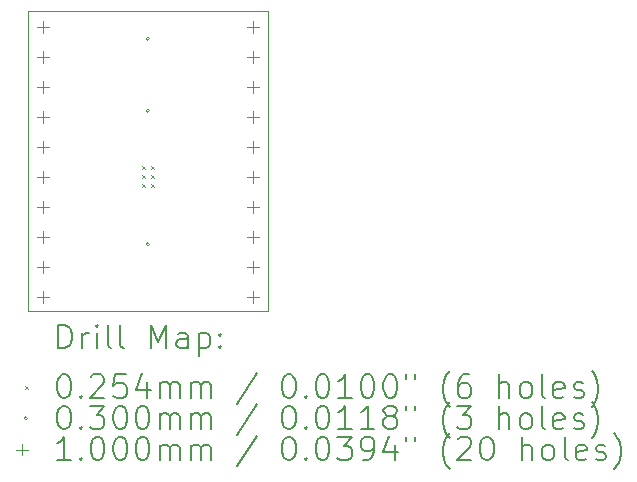
<source format=gbr>
%TF.GenerationSoftware,KiCad,Pcbnew,9.0.6*%
%TF.CreationDate,2026-01-02T23:11:17-06:00*%
%TF.ProjectId,DHVQFN-16_4.15x3.65_P0.5,44485651-464e-42d3-9136-5f342e313578,rev?*%
%TF.SameCoordinates,Original*%
%TF.FileFunction,Drillmap*%
%TF.FilePolarity,Positive*%
%FSLAX45Y45*%
G04 Gerber Fmt 4.5, Leading zero omitted, Abs format (unit mm)*
G04 Created by KiCad (PCBNEW 9.0.6) date 2026-01-02 23:11:17*
%MOMM*%
%LPD*%
G01*
G04 APERTURE LIST*
%ADD10C,0.050000*%
%ADD11C,0.200000*%
%ADD12C,0.100000*%
G04 APERTURE END LIST*
D10*
X12293600Y-9851527D02*
X14325600Y-9851527D01*
X14325600Y-12391527D01*
X12293600Y-12391527D01*
X12293600Y-9851527D01*
D11*
D12*
X13257530Y-11159490D02*
X13282930Y-11184890D01*
X13282930Y-11159490D02*
X13257530Y-11184890D01*
X13257530Y-11238230D02*
X13282930Y-11263630D01*
X13282930Y-11238230D02*
X13257530Y-11263630D01*
X13257530Y-11316970D02*
X13282930Y-11342370D01*
X13282930Y-11316970D02*
X13257530Y-11342370D01*
X13336270Y-11159490D02*
X13361670Y-11184890D01*
X13361670Y-11159490D02*
X13336270Y-11184890D01*
X13336270Y-11238230D02*
X13361670Y-11263630D01*
X13361670Y-11238230D02*
X13336270Y-11263630D01*
X13336270Y-11316970D02*
X13361670Y-11342370D01*
X13361670Y-11316970D02*
X13336270Y-11342370D01*
X13324600Y-10083800D02*
G75*
G02*
X13294600Y-10083800I-15000J0D01*
G01*
X13294600Y-10083800D02*
G75*
G02*
X13324600Y-10083800I15000J0D01*
G01*
X13324600Y-10693400D02*
G75*
G02*
X13294600Y-10693400I-15000J0D01*
G01*
X13294600Y-10693400D02*
G75*
G02*
X13324600Y-10693400I15000J0D01*
G01*
X13324600Y-11823700D02*
G75*
G02*
X13294600Y-11823700I-15000J0D01*
G01*
X13294600Y-11823700D02*
G75*
G02*
X13324600Y-11823700I15000J0D01*
G01*
X12420600Y-9932200D02*
X12420600Y-10032200D01*
X12370600Y-9982200D02*
X12470600Y-9982200D01*
X12420600Y-10186200D02*
X12420600Y-10286200D01*
X12370600Y-10236200D02*
X12470600Y-10236200D01*
X12420600Y-10440200D02*
X12420600Y-10540200D01*
X12370600Y-10490200D02*
X12470600Y-10490200D01*
X12420600Y-10694200D02*
X12420600Y-10794200D01*
X12370600Y-10744200D02*
X12470600Y-10744200D01*
X12420600Y-10948200D02*
X12420600Y-11048200D01*
X12370600Y-10998200D02*
X12470600Y-10998200D01*
X12420600Y-11202200D02*
X12420600Y-11302200D01*
X12370600Y-11252200D02*
X12470600Y-11252200D01*
X12420600Y-11456200D02*
X12420600Y-11556200D01*
X12370600Y-11506200D02*
X12470600Y-11506200D01*
X12420600Y-11710200D02*
X12420600Y-11810200D01*
X12370600Y-11760200D02*
X12470600Y-11760200D01*
X12420600Y-11964200D02*
X12420600Y-12064200D01*
X12370600Y-12014200D02*
X12470600Y-12014200D01*
X12420600Y-12218200D02*
X12420600Y-12318200D01*
X12370600Y-12268200D02*
X12470600Y-12268200D01*
X14198600Y-9932200D02*
X14198600Y-10032200D01*
X14148600Y-9982200D02*
X14248600Y-9982200D01*
X14198600Y-10186200D02*
X14198600Y-10286200D01*
X14148600Y-10236200D02*
X14248600Y-10236200D01*
X14198600Y-10440200D02*
X14198600Y-10540200D01*
X14148600Y-10490200D02*
X14248600Y-10490200D01*
X14198600Y-10694200D02*
X14198600Y-10794200D01*
X14148600Y-10744200D02*
X14248600Y-10744200D01*
X14198600Y-10948200D02*
X14198600Y-11048200D01*
X14148600Y-10998200D02*
X14248600Y-10998200D01*
X14198600Y-11202200D02*
X14198600Y-11302200D01*
X14148600Y-11252200D02*
X14248600Y-11252200D01*
X14198600Y-11456200D02*
X14198600Y-11556200D01*
X14148600Y-11506200D02*
X14248600Y-11506200D01*
X14198600Y-11710200D02*
X14198600Y-11810200D01*
X14148600Y-11760200D02*
X14248600Y-11760200D01*
X14198600Y-11964200D02*
X14198600Y-12064200D01*
X14148600Y-12014200D02*
X14248600Y-12014200D01*
X14198600Y-12218200D02*
X14198600Y-12318200D01*
X14148600Y-12268200D02*
X14248600Y-12268200D01*
D11*
X12551877Y-12705511D02*
X12551877Y-12505511D01*
X12551877Y-12505511D02*
X12599496Y-12505511D01*
X12599496Y-12505511D02*
X12628067Y-12515035D01*
X12628067Y-12515035D02*
X12647115Y-12534083D01*
X12647115Y-12534083D02*
X12656639Y-12553130D01*
X12656639Y-12553130D02*
X12666162Y-12591225D01*
X12666162Y-12591225D02*
X12666162Y-12619797D01*
X12666162Y-12619797D02*
X12656639Y-12657892D01*
X12656639Y-12657892D02*
X12647115Y-12676940D01*
X12647115Y-12676940D02*
X12628067Y-12695987D01*
X12628067Y-12695987D02*
X12599496Y-12705511D01*
X12599496Y-12705511D02*
X12551877Y-12705511D01*
X12751877Y-12705511D02*
X12751877Y-12572178D01*
X12751877Y-12610273D02*
X12761401Y-12591225D01*
X12761401Y-12591225D02*
X12770924Y-12581702D01*
X12770924Y-12581702D02*
X12789972Y-12572178D01*
X12789972Y-12572178D02*
X12809020Y-12572178D01*
X12875686Y-12705511D02*
X12875686Y-12572178D01*
X12875686Y-12505511D02*
X12866162Y-12515035D01*
X12866162Y-12515035D02*
X12875686Y-12524559D01*
X12875686Y-12524559D02*
X12885210Y-12515035D01*
X12885210Y-12515035D02*
X12875686Y-12505511D01*
X12875686Y-12505511D02*
X12875686Y-12524559D01*
X12999496Y-12705511D02*
X12980448Y-12695987D01*
X12980448Y-12695987D02*
X12970924Y-12676940D01*
X12970924Y-12676940D02*
X12970924Y-12505511D01*
X13104258Y-12705511D02*
X13085210Y-12695987D01*
X13085210Y-12695987D02*
X13075686Y-12676940D01*
X13075686Y-12676940D02*
X13075686Y-12505511D01*
X13332829Y-12705511D02*
X13332829Y-12505511D01*
X13332829Y-12505511D02*
X13399496Y-12648368D01*
X13399496Y-12648368D02*
X13466162Y-12505511D01*
X13466162Y-12505511D02*
X13466162Y-12705511D01*
X13647115Y-12705511D02*
X13647115Y-12600749D01*
X13647115Y-12600749D02*
X13637591Y-12581702D01*
X13637591Y-12581702D02*
X13618543Y-12572178D01*
X13618543Y-12572178D02*
X13580448Y-12572178D01*
X13580448Y-12572178D02*
X13561401Y-12581702D01*
X13647115Y-12695987D02*
X13628067Y-12705511D01*
X13628067Y-12705511D02*
X13580448Y-12705511D01*
X13580448Y-12705511D02*
X13561401Y-12695987D01*
X13561401Y-12695987D02*
X13551877Y-12676940D01*
X13551877Y-12676940D02*
X13551877Y-12657892D01*
X13551877Y-12657892D02*
X13561401Y-12638844D01*
X13561401Y-12638844D02*
X13580448Y-12629321D01*
X13580448Y-12629321D02*
X13628067Y-12629321D01*
X13628067Y-12629321D02*
X13647115Y-12619797D01*
X13742353Y-12572178D02*
X13742353Y-12772178D01*
X13742353Y-12581702D02*
X13761401Y-12572178D01*
X13761401Y-12572178D02*
X13799496Y-12572178D01*
X13799496Y-12572178D02*
X13818543Y-12581702D01*
X13818543Y-12581702D02*
X13828067Y-12591225D01*
X13828067Y-12591225D02*
X13837591Y-12610273D01*
X13837591Y-12610273D02*
X13837591Y-12667416D01*
X13837591Y-12667416D02*
X13828067Y-12686463D01*
X13828067Y-12686463D02*
X13818543Y-12695987D01*
X13818543Y-12695987D02*
X13799496Y-12705511D01*
X13799496Y-12705511D02*
X13761401Y-12705511D01*
X13761401Y-12705511D02*
X13742353Y-12695987D01*
X13923305Y-12686463D02*
X13932829Y-12695987D01*
X13932829Y-12695987D02*
X13923305Y-12705511D01*
X13923305Y-12705511D02*
X13913782Y-12695987D01*
X13913782Y-12695987D02*
X13923305Y-12686463D01*
X13923305Y-12686463D02*
X13923305Y-12705511D01*
X13923305Y-12581702D02*
X13932829Y-12591225D01*
X13932829Y-12591225D02*
X13923305Y-12600749D01*
X13923305Y-12600749D02*
X13913782Y-12591225D01*
X13913782Y-12591225D02*
X13923305Y-12581702D01*
X13923305Y-12581702D02*
X13923305Y-12600749D01*
D12*
X12265700Y-13021327D02*
X12291100Y-13046727D01*
X12291100Y-13021327D02*
X12265700Y-13046727D01*
D11*
X12589972Y-12925511D02*
X12609020Y-12925511D01*
X12609020Y-12925511D02*
X12628067Y-12935035D01*
X12628067Y-12935035D02*
X12637591Y-12944559D01*
X12637591Y-12944559D02*
X12647115Y-12963606D01*
X12647115Y-12963606D02*
X12656639Y-13001702D01*
X12656639Y-13001702D02*
X12656639Y-13049321D01*
X12656639Y-13049321D02*
X12647115Y-13087416D01*
X12647115Y-13087416D02*
X12637591Y-13106463D01*
X12637591Y-13106463D02*
X12628067Y-13115987D01*
X12628067Y-13115987D02*
X12609020Y-13125511D01*
X12609020Y-13125511D02*
X12589972Y-13125511D01*
X12589972Y-13125511D02*
X12570924Y-13115987D01*
X12570924Y-13115987D02*
X12561401Y-13106463D01*
X12561401Y-13106463D02*
X12551877Y-13087416D01*
X12551877Y-13087416D02*
X12542353Y-13049321D01*
X12542353Y-13049321D02*
X12542353Y-13001702D01*
X12542353Y-13001702D02*
X12551877Y-12963606D01*
X12551877Y-12963606D02*
X12561401Y-12944559D01*
X12561401Y-12944559D02*
X12570924Y-12935035D01*
X12570924Y-12935035D02*
X12589972Y-12925511D01*
X12742353Y-13106463D02*
X12751877Y-13115987D01*
X12751877Y-13115987D02*
X12742353Y-13125511D01*
X12742353Y-13125511D02*
X12732829Y-13115987D01*
X12732829Y-13115987D02*
X12742353Y-13106463D01*
X12742353Y-13106463D02*
X12742353Y-13125511D01*
X12828067Y-12944559D02*
X12837591Y-12935035D01*
X12837591Y-12935035D02*
X12856639Y-12925511D01*
X12856639Y-12925511D02*
X12904258Y-12925511D01*
X12904258Y-12925511D02*
X12923305Y-12935035D01*
X12923305Y-12935035D02*
X12932829Y-12944559D01*
X12932829Y-12944559D02*
X12942353Y-12963606D01*
X12942353Y-12963606D02*
X12942353Y-12982654D01*
X12942353Y-12982654D02*
X12932829Y-13011225D01*
X12932829Y-13011225D02*
X12818543Y-13125511D01*
X12818543Y-13125511D02*
X12942353Y-13125511D01*
X13123305Y-12925511D02*
X13028067Y-12925511D01*
X13028067Y-12925511D02*
X13018543Y-13020749D01*
X13018543Y-13020749D02*
X13028067Y-13011225D01*
X13028067Y-13011225D02*
X13047115Y-13001702D01*
X13047115Y-13001702D02*
X13094734Y-13001702D01*
X13094734Y-13001702D02*
X13113782Y-13011225D01*
X13113782Y-13011225D02*
X13123305Y-13020749D01*
X13123305Y-13020749D02*
X13132829Y-13039797D01*
X13132829Y-13039797D02*
X13132829Y-13087416D01*
X13132829Y-13087416D02*
X13123305Y-13106463D01*
X13123305Y-13106463D02*
X13113782Y-13115987D01*
X13113782Y-13115987D02*
X13094734Y-13125511D01*
X13094734Y-13125511D02*
X13047115Y-13125511D01*
X13047115Y-13125511D02*
X13028067Y-13115987D01*
X13028067Y-13115987D02*
X13018543Y-13106463D01*
X13304258Y-12992178D02*
X13304258Y-13125511D01*
X13256639Y-12915987D02*
X13209020Y-13058844D01*
X13209020Y-13058844D02*
X13332829Y-13058844D01*
X13409020Y-13125511D02*
X13409020Y-12992178D01*
X13409020Y-13011225D02*
X13418543Y-13001702D01*
X13418543Y-13001702D02*
X13437591Y-12992178D01*
X13437591Y-12992178D02*
X13466163Y-12992178D01*
X13466163Y-12992178D02*
X13485210Y-13001702D01*
X13485210Y-13001702D02*
X13494734Y-13020749D01*
X13494734Y-13020749D02*
X13494734Y-13125511D01*
X13494734Y-13020749D02*
X13504258Y-13001702D01*
X13504258Y-13001702D02*
X13523305Y-12992178D01*
X13523305Y-12992178D02*
X13551877Y-12992178D01*
X13551877Y-12992178D02*
X13570924Y-13001702D01*
X13570924Y-13001702D02*
X13580448Y-13020749D01*
X13580448Y-13020749D02*
X13580448Y-13125511D01*
X13675686Y-13125511D02*
X13675686Y-12992178D01*
X13675686Y-13011225D02*
X13685210Y-13001702D01*
X13685210Y-13001702D02*
X13704258Y-12992178D01*
X13704258Y-12992178D02*
X13732829Y-12992178D01*
X13732829Y-12992178D02*
X13751877Y-13001702D01*
X13751877Y-13001702D02*
X13761401Y-13020749D01*
X13761401Y-13020749D02*
X13761401Y-13125511D01*
X13761401Y-13020749D02*
X13770924Y-13001702D01*
X13770924Y-13001702D02*
X13789972Y-12992178D01*
X13789972Y-12992178D02*
X13818543Y-12992178D01*
X13818543Y-12992178D02*
X13837591Y-13001702D01*
X13837591Y-13001702D02*
X13847115Y-13020749D01*
X13847115Y-13020749D02*
X13847115Y-13125511D01*
X14237591Y-12915987D02*
X14066163Y-13173130D01*
X14494734Y-12925511D02*
X14513782Y-12925511D01*
X14513782Y-12925511D02*
X14532829Y-12935035D01*
X14532829Y-12935035D02*
X14542353Y-12944559D01*
X14542353Y-12944559D02*
X14551877Y-12963606D01*
X14551877Y-12963606D02*
X14561401Y-13001702D01*
X14561401Y-13001702D02*
X14561401Y-13049321D01*
X14561401Y-13049321D02*
X14551877Y-13087416D01*
X14551877Y-13087416D02*
X14542353Y-13106463D01*
X14542353Y-13106463D02*
X14532829Y-13115987D01*
X14532829Y-13115987D02*
X14513782Y-13125511D01*
X14513782Y-13125511D02*
X14494734Y-13125511D01*
X14494734Y-13125511D02*
X14475686Y-13115987D01*
X14475686Y-13115987D02*
X14466163Y-13106463D01*
X14466163Y-13106463D02*
X14456639Y-13087416D01*
X14456639Y-13087416D02*
X14447115Y-13049321D01*
X14447115Y-13049321D02*
X14447115Y-13001702D01*
X14447115Y-13001702D02*
X14456639Y-12963606D01*
X14456639Y-12963606D02*
X14466163Y-12944559D01*
X14466163Y-12944559D02*
X14475686Y-12935035D01*
X14475686Y-12935035D02*
X14494734Y-12925511D01*
X14647115Y-13106463D02*
X14656639Y-13115987D01*
X14656639Y-13115987D02*
X14647115Y-13125511D01*
X14647115Y-13125511D02*
X14637591Y-13115987D01*
X14637591Y-13115987D02*
X14647115Y-13106463D01*
X14647115Y-13106463D02*
X14647115Y-13125511D01*
X14780448Y-12925511D02*
X14799496Y-12925511D01*
X14799496Y-12925511D02*
X14818544Y-12935035D01*
X14818544Y-12935035D02*
X14828067Y-12944559D01*
X14828067Y-12944559D02*
X14837591Y-12963606D01*
X14837591Y-12963606D02*
X14847115Y-13001702D01*
X14847115Y-13001702D02*
X14847115Y-13049321D01*
X14847115Y-13049321D02*
X14837591Y-13087416D01*
X14837591Y-13087416D02*
X14828067Y-13106463D01*
X14828067Y-13106463D02*
X14818544Y-13115987D01*
X14818544Y-13115987D02*
X14799496Y-13125511D01*
X14799496Y-13125511D02*
X14780448Y-13125511D01*
X14780448Y-13125511D02*
X14761401Y-13115987D01*
X14761401Y-13115987D02*
X14751877Y-13106463D01*
X14751877Y-13106463D02*
X14742353Y-13087416D01*
X14742353Y-13087416D02*
X14732829Y-13049321D01*
X14732829Y-13049321D02*
X14732829Y-13001702D01*
X14732829Y-13001702D02*
X14742353Y-12963606D01*
X14742353Y-12963606D02*
X14751877Y-12944559D01*
X14751877Y-12944559D02*
X14761401Y-12935035D01*
X14761401Y-12935035D02*
X14780448Y-12925511D01*
X15037591Y-13125511D02*
X14923306Y-13125511D01*
X14980448Y-13125511D02*
X14980448Y-12925511D01*
X14980448Y-12925511D02*
X14961401Y-12954083D01*
X14961401Y-12954083D02*
X14942353Y-12973130D01*
X14942353Y-12973130D02*
X14923306Y-12982654D01*
X15161401Y-12925511D02*
X15180448Y-12925511D01*
X15180448Y-12925511D02*
X15199496Y-12935035D01*
X15199496Y-12935035D02*
X15209020Y-12944559D01*
X15209020Y-12944559D02*
X15218544Y-12963606D01*
X15218544Y-12963606D02*
X15228067Y-13001702D01*
X15228067Y-13001702D02*
X15228067Y-13049321D01*
X15228067Y-13049321D02*
X15218544Y-13087416D01*
X15218544Y-13087416D02*
X15209020Y-13106463D01*
X15209020Y-13106463D02*
X15199496Y-13115987D01*
X15199496Y-13115987D02*
X15180448Y-13125511D01*
X15180448Y-13125511D02*
X15161401Y-13125511D01*
X15161401Y-13125511D02*
X15142353Y-13115987D01*
X15142353Y-13115987D02*
X15132829Y-13106463D01*
X15132829Y-13106463D02*
X15123306Y-13087416D01*
X15123306Y-13087416D02*
X15113782Y-13049321D01*
X15113782Y-13049321D02*
X15113782Y-13001702D01*
X15113782Y-13001702D02*
X15123306Y-12963606D01*
X15123306Y-12963606D02*
X15132829Y-12944559D01*
X15132829Y-12944559D02*
X15142353Y-12935035D01*
X15142353Y-12935035D02*
X15161401Y-12925511D01*
X15351877Y-12925511D02*
X15370925Y-12925511D01*
X15370925Y-12925511D02*
X15389972Y-12935035D01*
X15389972Y-12935035D02*
X15399496Y-12944559D01*
X15399496Y-12944559D02*
X15409020Y-12963606D01*
X15409020Y-12963606D02*
X15418544Y-13001702D01*
X15418544Y-13001702D02*
X15418544Y-13049321D01*
X15418544Y-13049321D02*
X15409020Y-13087416D01*
X15409020Y-13087416D02*
X15399496Y-13106463D01*
X15399496Y-13106463D02*
X15389972Y-13115987D01*
X15389972Y-13115987D02*
X15370925Y-13125511D01*
X15370925Y-13125511D02*
X15351877Y-13125511D01*
X15351877Y-13125511D02*
X15332829Y-13115987D01*
X15332829Y-13115987D02*
X15323306Y-13106463D01*
X15323306Y-13106463D02*
X15313782Y-13087416D01*
X15313782Y-13087416D02*
X15304258Y-13049321D01*
X15304258Y-13049321D02*
X15304258Y-13001702D01*
X15304258Y-13001702D02*
X15313782Y-12963606D01*
X15313782Y-12963606D02*
X15323306Y-12944559D01*
X15323306Y-12944559D02*
X15332829Y-12935035D01*
X15332829Y-12935035D02*
X15351877Y-12925511D01*
X15494734Y-12925511D02*
X15494734Y-12963606D01*
X15570925Y-12925511D02*
X15570925Y-12963606D01*
X15866163Y-13201702D02*
X15856639Y-13192178D01*
X15856639Y-13192178D02*
X15837591Y-13163606D01*
X15837591Y-13163606D02*
X15828068Y-13144559D01*
X15828068Y-13144559D02*
X15818544Y-13115987D01*
X15818544Y-13115987D02*
X15809020Y-13068368D01*
X15809020Y-13068368D02*
X15809020Y-13030273D01*
X15809020Y-13030273D02*
X15818544Y-12982654D01*
X15818544Y-12982654D02*
X15828068Y-12954083D01*
X15828068Y-12954083D02*
X15837591Y-12935035D01*
X15837591Y-12935035D02*
X15856639Y-12906463D01*
X15856639Y-12906463D02*
X15866163Y-12896940D01*
X16028068Y-12925511D02*
X15989972Y-12925511D01*
X15989972Y-12925511D02*
X15970925Y-12935035D01*
X15970925Y-12935035D02*
X15961401Y-12944559D01*
X15961401Y-12944559D02*
X15942353Y-12973130D01*
X15942353Y-12973130D02*
X15932829Y-13011225D01*
X15932829Y-13011225D02*
X15932829Y-13087416D01*
X15932829Y-13087416D02*
X15942353Y-13106463D01*
X15942353Y-13106463D02*
X15951877Y-13115987D01*
X15951877Y-13115987D02*
X15970925Y-13125511D01*
X15970925Y-13125511D02*
X16009020Y-13125511D01*
X16009020Y-13125511D02*
X16028068Y-13115987D01*
X16028068Y-13115987D02*
X16037591Y-13106463D01*
X16037591Y-13106463D02*
X16047115Y-13087416D01*
X16047115Y-13087416D02*
X16047115Y-13039797D01*
X16047115Y-13039797D02*
X16037591Y-13020749D01*
X16037591Y-13020749D02*
X16028068Y-13011225D01*
X16028068Y-13011225D02*
X16009020Y-13001702D01*
X16009020Y-13001702D02*
X15970925Y-13001702D01*
X15970925Y-13001702D02*
X15951877Y-13011225D01*
X15951877Y-13011225D02*
X15942353Y-13020749D01*
X15942353Y-13020749D02*
X15932829Y-13039797D01*
X16285210Y-13125511D02*
X16285210Y-12925511D01*
X16370925Y-13125511D02*
X16370925Y-13020749D01*
X16370925Y-13020749D02*
X16361401Y-13001702D01*
X16361401Y-13001702D02*
X16342353Y-12992178D01*
X16342353Y-12992178D02*
X16313782Y-12992178D01*
X16313782Y-12992178D02*
X16294734Y-13001702D01*
X16294734Y-13001702D02*
X16285210Y-13011225D01*
X16494734Y-13125511D02*
X16475687Y-13115987D01*
X16475687Y-13115987D02*
X16466163Y-13106463D01*
X16466163Y-13106463D02*
X16456639Y-13087416D01*
X16456639Y-13087416D02*
X16456639Y-13030273D01*
X16456639Y-13030273D02*
X16466163Y-13011225D01*
X16466163Y-13011225D02*
X16475687Y-13001702D01*
X16475687Y-13001702D02*
X16494734Y-12992178D01*
X16494734Y-12992178D02*
X16523306Y-12992178D01*
X16523306Y-12992178D02*
X16542353Y-13001702D01*
X16542353Y-13001702D02*
X16551877Y-13011225D01*
X16551877Y-13011225D02*
X16561401Y-13030273D01*
X16561401Y-13030273D02*
X16561401Y-13087416D01*
X16561401Y-13087416D02*
X16551877Y-13106463D01*
X16551877Y-13106463D02*
X16542353Y-13115987D01*
X16542353Y-13115987D02*
X16523306Y-13125511D01*
X16523306Y-13125511D02*
X16494734Y-13125511D01*
X16675687Y-13125511D02*
X16656639Y-13115987D01*
X16656639Y-13115987D02*
X16647115Y-13096940D01*
X16647115Y-13096940D02*
X16647115Y-12925511D01*
X16828068Y-13115987D02*
X16809020Y-13125511D01*
X16809020Y-13125511D02*
X16770925Y-13125511D01*
X16770925Y-13125511D02*
X16751877Y-13115987D01*
X16751877Y-13115987D02*
X16742353Y-13096940D01*
X16742353Y-13096940D02*
X16742353Y-13020749D01*
X16742353Y-13020749D02*
X16751877Y-13001702D01*
X16751877Y-13001702D02*
X16770925Y-12992178D01*
X16770925Y-12992178D02*
X16809020Y-12992178D01*
X16809020Y-12992178D02*
X16828068Y-13001702D01*
X16828068Y-13001702D02*
X16837592Y-13020749D01*
X16837592Y-13020749D02*
X16837592Y-13039797D01*
X16837592Y-13039797D02*
X16742353Y-13058844D01*
X16913782Y-13115987D02*
X16932830Y-13125511D01*
X16932830Y-13125511D02*
X16970925Y-13125511D01*
X16970925Y-13125511D02*
X16989973Y-13115987D01*
X16989973Y-13115987D02*
X16999496Y-13096940D01*
X16999496Y-13096940D02*
X16999496Y-13087416D01*
X16999496Y-13087416D02*
X16989973Y-13068368D01*
X16989973Y-13068368D02*
X16970925Y-13058844D01*
X16970925Y-13058844D02*
X16942353Y-13058844D01*
X16942353Y-13058844D02*
X16923306Y-13049321D01*
X16923306Y-13049321D02*
X16913782Y-13030273D01*
X16913782Y-13030273D02*
X16913782Y-13020749D01*
X16913782Y-13020749D02*
X16923306Y-13001702D01*
X16923306Y-13001702D02*
X16942353Y-12992178D01*
X16942353Y-12992178D02*
X16970925Y-12992178D01*
X16970925Y-12992178D02*
X16989973Y-13001702D01*
X17066163Y-13201702D02*
X17075687Y-13192178D01*
X17075687Y-13192178D02*
X17094734Y-13163606D01*
X17094734Y-13163606D02*
X17104258Y-13144559D01*
X17104258Y-13144559D02*
X17113782Y-13115987D01*
X17113782Y-13115987D02*
X17123306Y-13068368D01*
X17123306Y-13068368D02*
X17123306Y-13030273D01*
X17123306Y-13030273D02*
X17113782Y-12982654D01*
X17113782Y-12982654D02*
X17104258Y-12954083D01*
X17104258Y-12954083D02*
X17094734Y-12935035D01*
X17094734Y-12935035D02*
X17075687Y-12906463D01*
X17075687Y-12906463D02*
X17066163Y-12896940D01*
D12*
X12291100Y-13298027D02*
G75*
G02*
X12261100Y-13298027I-15000J0D01*
G01*
X12261100Y-13298027D02*
G75*
G02*
X12291100Y-13298027I15000J0D01*
G01*
D11*
X12589972Y-13189511D02*
X12609020Y-13189511D01*
X12609020Y-13189511D02*
X12628067Y-13199035D01*
X12628067Y-13199035D02*
X12637591Y-13208559D01*
X12637591Y-13208559D02*
X12647115Y-13227606D01*
X12647115Y-13227606D02*
X12656639Y-13265702D01*
X12656639Y-13265702D02*
X12656639Y-13313321D01*
X12656639Y-13313321D02*
X12647115Y-13351416D01*
X12647115Y-13351416D02*
X12637591Y-13370463D01*
X12637591Y-13370463D02*
X12628067Y-13379987D01*
X12628067Y-13379987D02*
X12609020Y-13389511D01*
X12609020Y-13389511D02*
X12589972Y-13389511D01*
X12589972Y-13389511D02*
X12570924Y-13379987D01*
X12570924Y-13379987D02*
X12561401Y-13370463D01*
X12561401Y-13370463D02*
X12551877Y-13351416D01*
X12551877Y-13351416D02*
X12542353Y-13313321D01*
X12542353Y-13313321D02*
X12542353Y-13265702D01*
X12542353Y-13265702D02*
X12551877Y-13227606D01*
X12551877Y-13227606D02*
X12561401Y-13208559D01*
X12561401Y-13208559D02*
X12570924Y-13199035D01*
X12570924Y-13199035D02*
X12589972Y-13189511D01*
X12742353Y-13370463D02*
X12751877Y-13379987D01*
X12751877Y-13379987D02*
X12742353Y-13389511D01*
X12742353Y-13389511D02*
X12732829Y-13379987D01*
X12732829Y-13379987D02*
X12742353Y-13370463D01*
X12742353Y-13370463D02*
X12742353Y-13389511D01*
X12818543Y-13189511D02*
X12942353Y-13189511D01*
X12942353Y-13189511D02*
X12875686Y-13265702D01*
X12875686Y-13265702D02*
X12904258Y-13265702D01*
X12904258Y-13265702D02*
X12923305Y-13275225D01*
X12923305Y-13275225D02*
X12932829Y-13284749D01*
X12932829Y-13284749D02*
X12942353Y-13303797D01*
X12942353Y-13303797D02*
X12942353Y-13351416D01*
X12942353Y-13351416D02*
X12932829Y-13370463D01*
X12932829Y-13370463D02*
X12923305Y-13379987D01*
X12923305Y-13379987D02*
X12904258Y-13389511D01*
X12904258Y-13389511D02*
X12847115Y-13389511D01*
X12847115Y-13389511D02*
X12828067Y-13379987D01*
X12828067Y-13379987D02*
X12818543Y-13370463D01*
X13066162Y-13189511D02*
X13085210Y-13189511D01*
X13085210Y-13189511D02*
X13104258Y-13199035D01*
X13104258Y-13199035D02*
X13113782Y-13208559D01*
X13113782Y-13208559D02*
X13123305Y-13227606D01*
X13123305Y-13227606D02*
X13132829Y-13265702D01*
X13132829Y-13265702D02*
X13132829Y-13313321D01*
X13132829Y-13313321D02*
X13123305Y-13351416D01*
X13123305Y-13351416D02*
X13113782Y-13370463D01*
X13113782Y-13370463D02*
X13104258Y-13379987D01*
X13104258Y-13379987D02*
X13085210Y-13389511D01*
X13085210Y-13389511D02*
X13066162Y-13389511D01*
X13066162Y-13389511D02*
X13047115Y-13379987D01*
X13047115Y-13379987D02*
X13037591Y-13370463D01*
X13037591Y-13370463D02*
X13028067Y-13351416D01*
X13028067Y-13351416D02*
X13018543Y-13313321D01*
X13018543Y-13313321D02*
X13018543Y-13265702D01*
X13018543Y-13265702D02*
X13028067Y-13227606D01*
X13028067Y-13227606D02*
X13037591Y-13208559D01*
X13037591Y-13208559D02*
X13047115Y-13199035D01*
X13047115Y-13199035D02*
X13066162Y-13189511D01*
X13256639Y-13189511D02*
X13275686Y-13189511D01*
X13275686Y-13189511D02*
X13294734Y-13199035D01*
X13294734Y-13199035D02*
X13304258Y-13208559D01*
X13304258Y-13208559D02*
X13313782Y-13227606D01*
X13313782Y-13227606D02*
X13323305Y-13265702D01*
X13323305Y-13265702D02*
X13323305Y-13313321D01*
X13323305Y-13313321D02*
X13313782Y-13351416D01*
X13313782Y-13351416D02*
X13304258Y-13370463D01*
X13304258Y-13370463D02*
X13294734Y-13379987D01*
X13294734Y-13379987D02*
X13275686Y-13389511D01*
X13275686Y-13389511D02*
X13256639Y-13389511D01*
X13256639Y-13389511D02*
X13237591Y-13379987D01*
X13237591Y-13379987D02*
X13228067Y-13370463D01*
X13228067Y-13370463D02*
X13218543Y-13351416D01*
X13218543Y-13351416D02*
X13209020Y-13313321D01*
X13209020Y-13313321D02*
X13209020Y-13265702D01*
X13209020Y-13265702D02*
X13218543Y-13227606D01*
X13218543Y-13227606D02*
X13228067Y-13208559D01*
X13228067Y-13208559D02*
X13237591Y-13199035D01*
X13237591Y-13199035D02*
X13256639Y-13189511D01*
X13409020Y-13389511D02*
X13409020Y-13256178D01*
X13409020Y-13275225D02*
X13418543Y-13265702D01*
X13418543Y-13265702D02*
X13437591Y-13256178D01*
X13437591Y-13256178D02*
X13466163Y-13256178D01*
X13466163Y-13256178D02*
X13485210Y-13265702D01*
X13485210Y-13265702D02*
X13494734Y-13284749D01*
X13494734Y-13284749D02*
X13494734Y-13389511D01*
X13494734Y-13284749D02*
X13504258Y-13265702D01*
X13504258Y-13265702D02*
X13523305Y-13256178D01*
X13523305Y-13256178D02*
X13551877Y-13256178D01*
X13551877Y-13256178D02*
X13570924Y-13265702D01*
X13570924Y-13265702D02*
X13580448Y-13284749D01*
X13580448Y-13284749D02*
X13580448Y-13389511D01*
X13675686Y-13389511D02*
X13675686Y-13256178D01*
X13675686Y-13275225D02*
X13685210Y-13265702D01*
X13685210Y-13265702D02*
X13704258Y-13256178D01*
X13704258Y-13256178D02*
X13732829Y-13256178D01*
X13732829Y-13256178D02*
X13751877Y-13265702D01*
X13751877Y-13265702D02*
X13761401Y-13284749D01*
X13761401Y-13284749D02*
X13761401Y-13389511D01*
X13761401Y-13284749D02*
X13770924Y-13265702D01*
X13770924Y-13265702D02*
X13789972Y-13256178D01*
X13789972Y-13256178D02*
X13818543Y-13256178D01*
X13818543Y-13256178D02*
X13837591Y-13265702D01*
X13837591Y-13265702D02*
X13847115Y-13284749D01*
X13847115Y-13284749D02*
X13847115Y-13389511D01*
X14237591Y-13179987D02*
X14066163Y-13437130D01*
X14494734Y-13189511D02*
X14513782Y-13189511D01*
X14513782Y-13189511D02*
X14532829Y-13199035D01*
X14532829Y-13199035D02*
X14542353Y-13208559D01*
X14542353Y-13208559D02*
X14551877Y-13227606D01*
X14551877Y-13227606D02*
X14561401Y-13265702D01*
X14561401Y-13265702D02*
X14561401Y-13313321D01*
X14561401Y-13313321D02*
X14551877Y-13351416D01*
X14551877Y-13351416D02*
X14542353Y-13370463D01*
X14542353Y-13370463D02*
X14532829Y-13379987D01*
X14532829Y-13379987D02*
X14513782Y-13389511D01*
X14513782Y-13389511D02*
X14494734Y-13389511D01*
X14494734Y-13389511D02*
X14475686Y-13379987D01*
X14475686Y-13379987D02*
X14466163Y-13370463D01*
X14466163Y-13370463D02*
X14456639Y-13351416D01*
X14456639Y-13351416D02*
X14447115Y-13313321D01*
X14447115Y-13313321D02*
X14447115Y-13265702D01*
X14447115Y-13265702D02*
X14456639Y-13227606D01*
X14456639Y-13227606D02*
X14466163Y-13208559D01*
X14466163Y-13208559D02*
X14475686Y-13199035D01*
X14475686Y-13199035D02*
X14494734Y-13189511D01*
X14647115Y-13370463D02*
X14656639Y-13379987D01*
X14656639Y-13379987D02*
X14647115Y-13389511D01*
X14647115Y-13389511D02*
X14637591Y-13379987D01*
X14637591Y-13379987D02*
X14647115Y-13370463D01*
X14647115Y-13370463D02*
X14647115Y-13389511D01*
X14780448Y-13189511D02*
X14799496Y-13189511D01*
X14799496Y-13189511D02*
X14818544Y-13199035D01*
X14818544Y-13199035D02*
X14828067Y-13208559D01*
X14828067Y-13208559D02*
X14837591Y-13227606D01*
X14837591Y-13227606D02*
X14847115Y-13265702D01*
X14847115Y-13265702D02*
X14847115Y-13313321D01*
X14847115Y-13313321D02*
X14837591Y-13351416D01*
X14837591Y-13351416D02*
X14828067Y-13370463D01*
X14828067Y-13370463D02*
X14818544Y-13379987D01*
X14818544Y-13379987D02*
X14799496Y-13389511D01*
X14799496Y-13389511D02*
X14780448Y-13389511D01*
X14780448Y-13389511D02*
X14761401Y-13379987D01*
X14761401Y-13379987D02*
X14751877Y-13370463D01*
X14751877Y-13370463D02*
X14742353Y-13351416D01*
X14742353Y-13351416D02*
X14732829Y-13313321D01*
X14732829Y-13313321D02*
X14732829Y-13265702D01*
X14732829Y-13265702D02*
X14742353Y-13227606D01*
X14742353Y-13227606D02*
X14751877Y-13208559D01*
X14751877Y-13208559D02*
X14761401Y-13199035D01*
X14761401Y-13199035D02*
X14780448Y-13189511D01*
X15037591Y-13389511D02*
X14923306Y-13389511D01*
X14980448Y-13389511D02*
X14980448Y-13189511D01*
X14980448Y-13189511D02*
X14961401Y-13218083D01*
X14961401Y-13218083D02*
X14942353Y-13237130D01*
X14942353Y-13237130D02*
X14923306Y-13246654D01*
X15228067Y-13389511D02*
X15113782Y-13389511D01*
X15170925Y-13389511D02*
X15170925Y-13189511D01*
X15170925Y-13189511D02*
X15151877Y-13218083D01*
X15151877Y-13218083D02*
X15132829Y-13237130D01*
X15132829Y-13237130D02*
X15113782Y-13246654D01*
X15342353Y-13275225D02*
X15323306Y-13265702D01*
X15323306Y-13265702D02*
X15313782Y-13256178D01*
X15313782Y-13256178D02*
X15304258Y-13237130D01*
X15304258Y-13237130D02*
X15304258Y-13227606D01*
X15304258Y-13227606D02*
X15313782Y-13208559D01*
X15313782Y-13208559D02*
X15323306Y-13199035D01*
X15323306Y-13199035D02*
X15342353Y-13189511D01*
X15342353Y-13189511D02*
X15380448Y-13189511D01*
X15380448Y-13189511D02*
X15399496Y-13199035D01*
X15399496Y-13199035D02*
X15409020Y-13208559D01*
X15409020Y-13208559D02*
X15418544Y-13227606D01*
X15418544Y-13227606D02*
X15418544Y-13237130D01*
X15418544Y-13237130D02*
X15409020Y-13256178D01*
X15409020Y-13256178D02*
X15399496Y-13265702D01*
X15399496Y-13265702D02*
X15380448Y-13275225D01*
X15380448Y-13275225D02*
X15342353Y-13275225D01*
X15342353Y-13275225D02*
X15323306Y-13284749D01*
X15323306Y-13284749D02*
X15313782Y-13294273D01*
X15313782Y-13294273D02*
X15304258Y-13313321D01*
X15304258Y-13313321D02*
X15304258Y-13351416D01*
X15304258Y-13351416D02*
X15313782Y-13370463D01*
X15313782Y-13370463D02*
X15323306Y-13379987D01*
X15323306Y-13379987D02*
X15342353Y-13389511D01*
X15342353Y-13389511D02*
X15380448Y-13389511D01*
X15380448Y-13389511D02*
X15399496Y-13379987D01*
X15399496Y-13379987D02*
X15409020Y-13370463D01*
X15409020Y-13370463D02*
X15418544Y-13351416D01*
X15418544Y-13351416D02*
X15418544Y-13313321D01*
X15418544Y-13313321D02*
X15409020Y-13294273D01*
X15409020Y-13294273D02*
X15399496Y-13284749D01*
X15399496Y-13284749D02*
X15380448Y-13275225D01*
X15494734Y-13189511D02*
X15494734Y-13227606D01*
X15570925Y-13189511D02*
X15570925Y-13227606D01*
X15866163Y-13465702D02*
X15856639Y-13456178D01*
X15856639Y-13456178D02*
X15837591Y-13427606D01*
X15837591Y-13427606D02*
X15828068Y-13408559D01*
X15828068Y-13408559D02*
X15818544Y-13379987D01*
X15818544Y-13379987D02*
X15809020Y-13332368D01*
X15809020Y-13332368D02*
X15809020Y-13294273D01*
X15809020Y-13294273D02*
X15818544Y-13246654D01*
X15818544Y-13246654D02*
X15828068Y-13218083D01*
X15828068Y-13218083D02*
X15837591Y-13199035D01*
X15837591Y-13199035D02*
X15856639Y-13170463D01*
X15856639Y-13170463D02*
X15866163Y-13160940D01*
X15923306Y-13189511D02*
X16047115Y-13189511D01*
X16047115Y-13189511D02*
X15980448Y-13265702D01*
X15980448Y-13265702D02*
X16009020Y-13265702D01*
X16009020Y-13265702D02*
X16028068Y-13275225D01*
X16028068Y-13275225D02*
X16037591Y-13284749D01*
X16037591Y-13284749D02*
X16047115Y-13303797D01*
X16047115Y-13303797D02*
X16047115Y-13351416D01*
X16047115Y-13351416D02*
X16037591Y-13370463D01*
X16037591Y-13370463D02*
X16028068Y-13379987D01*
X16028068Y-13379987D02*
X16009020Y-13389511D01*
X16009020Y-13389511D02*
X15951877Y-13389511D01*
X15951877Y-13389511D02*
X15932829Y-13379987D01*
X15932829Y-13379987D02*
X15923306Y-13370463D01*
X16285210Y-13389511D02*
X16285210Y-13189511D01*
X16370925Y-13389511D02*
X16370925Y-13284749D01*
X16370925Y-13284749D02*
X16361401Y-13265702D01*
X16361401Y-13265702D02*
X16342353Y-13256178D01*
X16342353Y-13256178D02*
X16313782Y-13256178D01*
X16313782Y-13256178D02*
X16294734Y-13265702D01*
X16294734Y-13265702D02*
X16285210Y-13275225D01*
X16494734Y-13389511D02*
X16475687Y-13379987D01*
X16475687Y-13379987D02*
X16466163Y-13370463D01*
X16466163Y-13370463D02*
X16456639Y-13351416D01*
X16456639Y-13351416D02*
X16456639Y-13294273D01*
X16456639Y-13294273D02*
X16466163Y-13275225D01*
X16466163Y-13275225D02*
X16475687Y-13265702D01*
X16475687Y-13265702D02*
X16494734Y-13256178D01*
X16494734Y-13256178D02*
X16523306Y-13256178D01*
X16523306Y-13256178D02*
X16542353Y-13265702D01*
X16542353Y-13265702D02*
X16551877Y-13275225D01*
X16551877Y-13275225D02*
X16561401Y-13294273D01*
X16561401Y-13294273D02*
X16561401Y-13351416D01*
X16561401Y-13351416D02*
X16551877Y-13370463D01*
X16551877Y-13370463D02*
X16542353Y-13379987D01*
X16542353Y-13379987D02*
X16523306Y-13389511D01*
X16523306Y-13389511D02*
X16494734Y-13389511D01*
X16675687Y-13389511D02*
X16656639Y-13379987D01*
X16656639Y-13379987D02*
X16647115Y-13360940D01*
X16647115Y-13360940D02*
X16647115Y-13189511D01*
X16828068Y-13379987D02*
X16809020Y-13389511D01*
X16809020Y-13389511D02*
X16770925Y-13389511D01*
X16770925Y-13389511D02*
X16751877Y-13379987D01*
X16751877Y-13379987D02*
X16742353Y-13360940D01*
X16742353Y-13360940D02*
X16742353Y-13284749D01*
X16742353Y-13284749D02*
X16751877Y-13265702D01*
X16751877Y-13265702D02*
X16770925Y-13256178D01*
X16770925Y-13256178D02*
X16809020Y-13256178D01*
X16809020Y-13256178D02*
X16828068Y-13265702D01*
X16828068Y-13265702D02*
X16837592Y-13284749D01*
X16837592Y-13284749D02*
X16837592Y-13303797D01*
X16837592Y-13303797D02*
X16742353Y-13322844D01*
X16913782Y-13379987D02*
X16932830Y-13389511D01*
X16932830Y-13389511D02*
X16970925Y-13389511D01*
X16970925Y-13389511D02*
X16989973Y-13379987D01*
X16989973Y-13379987D02*
X16999496Y-13360940D01*
X16999496Y-13360940D02*
X16999496Y-13351416D01*
X16999496Y-13351416D02*
X16989973Y-13332368D01*
X16989973Y-13332368D02*
X16970925Y-13322844D01*
X16970925Y-13322844D02*
X16942353Y-13322844D01*
X16942353Y-13322844D02*
X16923306Y-13313321D01*
X16923306Y-13313321D02*
X16913782Y-13294273D01*
X16913782Y-13294273D02*
X16913782Y-13284749D01*
X16913782Y-13284749D02*
X16923306Y-13265702D01*
X16923306Y-13265702D02*
X16942353Y-13256178D01*
X16942353Y-13256178D02*
X16970925Y-13256178D01*
X16970925Y-13256178D02*
X16989973Y-13265702D01*
X17066163Y-13465702D02*
X17075687Y-13456178D01*
X17075687Y-13456178D02*
X17094734Y-13427606D01*
X17094734Y-13427606D02*
X17104258Y-13408559D01*
X17104258Y-13408559D02*
X17113782Y-13379987D01*
X17113782Y-13379987D02*
X17123306Y-13332368D01*
X17123306Y-13332368D02*
X17123306Y-13294273D01*
X17123306Y-13294273D02*
X17113782Y-13246654D01*
X17113782Y-13246654D02*
X17104258Y-13218083D01*
X17104258Y-13218083D02*
X17094734Y-13199035D01*
X17094734Y-13199035D02*
X17075687Y-13170463D01*
X17075687Y-13170463D02*
X17066163Y-13160940D01*
D12*
X12241100Y-13512027D02*
X12241100Y-13612027D01*
X12191100Y-13562027D02*
X12291100Y-13562027D01*
D11*
X12656639Y-13653511D02*
X12542353Y-13653511D01*
X12599496Y-13653511D02*
X12599496Y-13453511D01*
X12599496Y-13453511D02*
X12580448Y-13482083D01*
X12580448Y-13482083D02*
X12561401Y-13501130D01*
X12561401Y-13501130D02*
X12542353Y-13510654D01*
X12742353Y-13634463D02*
X12751877Y-13643987D01*
X12751877Y-13643987D02*
X12742353Y-13653511D01*
X12742353Y-13653511D02*
X12732829Y-13643987D01*
X12732829Y-13643987D02*
X12742353Y-13634463D01*
X12742353Y-13634463D02*
X12742353Y-13653511D01*
X12875686Y-13453511D02*
X12894734Y-13453511D01*
X12894734Y-13453511D02*
X12913782Y-13463035D01*
X12913782Y-13463035D02*
X12923305Y-13472559D01*
X12923305Y-13472559D02*
X12932829Y-13491606D01*
X12932829Y-13491606D02*
X12942353Y-13529702D01*
X12942353Y-13529702D02*
X12942353Y-13577321D01*
X12942353Y-13577321D02*
X12932829Y-13615416D01*
X12932829Y-13615416D02*
X12923305Y-13634463D01*
X12923305Y-13634463D02*
X12913782Y-13643987D01*
X12913782Y-13643987D02*
X12894734Y-13653511D01*
X12894734Y-13653511D02*
X12875686Y-13653511D01*
X12875686Y-13653511D02*
X12856639Y-13643987D01*
X12856639Y-13643987D02*
X12847115Y-13634463D01*
X12847115Y-13634463D02*
X12837591Y-13615416D01*
X12837591Y-13615416D02*
X12828067Y-13577321D01*
X12828067Y-13577321D02*
X12828067Y-13529702D01*
X12828067Y-13529702D02*
X12837591Y-13491606D01*
X12837591Y-13491606D02*
X12847115Y-13472559D01*
X12847115Y-13472559D02*
X12856639Y-13463035D01*
X12856639Y-13463035D02*
X12875686Y-13453511D01*
X13066162Y-13453511D02*
X13085210Y-13453511D01*
X13085210Y-13453511D02*
X13104258Y-13463035D01*
X13104258Y-13463035D02*
X13113782Y-13472559D01*
X13113782Y-13472559D02*
X13123305Y-13491606D01*
X13123305Y-13491606D02*
X13132829Y-13529702D01*
X13132829Y-13529702D02*
X13132829Y-13577321D01*
X13132829Y-13577321D02*
X13123305Y-13615416D01*
X13123305Y-13615416D02*
X13113782Y-13634463D01*
X13113782Y-13634463D02*
X13104258Y-13643987D01*
X13104258Y-13643987D02*
X13085210Y-13653511D01*
X13085210Y-13653511D02*
X13066162Y-13653511D01*
X13066162Y-13653511D02*
X13047115Y-13643987D01*
X13047115Y-13643987D02*
X13037591Y-13634463D01*
X13037591Y-13634463D02*
X13028067Y-13615416D01*
X13028067Y-13615416D02*
X13018543Y-13577321D01*
X13018543Y-13577321D02*
X13018543Y-13529702D01*
X13018543Y-13529702D02*
X13028067Y-13491606D01*
X13028067Y-13491606D02*
X13037591Y-13472559D01*
X13037591Y-13472559D02*
X13047115Y-13463035D01*
X13047115Y-13463035D02*
X13066162Y-13453511D01*
X13256639Y-13453511D02*
X13275686Y-13453511D01*
X13275686Y-13453511D02*
X13294734Y-13463035D01*
X13294734Y-13463035D02*
X13304258Y-13472559D01*
X13304258Y-13472559D02*
X13313782Y-13491606D01*
X13313782Y-13491606D02*
X13323305Y-13529702D01*
X13323305Y-13529702D02*
X13323305Y-13577321D01*
X13323305Y-13577321D02*
X13313782Y-13615416D01*
X13313782Y-13615416D02*
X13304258Y-13634463D01*
X13304258Y-13634463D02*
X13294734Y-13643987D01*
X13294734Y-13643987D02*
X13275686Y-13653511D01*
X13275686Y-13653511D02*
X13256639Y-13653511D01*
X13256639Y-13653511D02*
X13237591Y-13643987D01*
X13237591Y-13643987D02*
X13228067Y-13634463D01*
X13228067Y-13634463D02*
X13218543Y-13615416D01*
X13218543Y-13615416D02*
X13209020Y-13577321D01*
X13209020Y-13577321D02*
X13209020Y-13529702D01*
X13209020Y-13529702D02*
X13218543Y-13491606D01*
X13218543Y-13491606D02*
X13228067Y-13472559D01*
X13228067Y-13472559D02*
X13237591Y-13463035D01*
X13237591Y-13463035D02*
X13256639Y-13453511D01*
X13409020Y-13653511D02*
X13409020Y-13520178D01*
X13409020Y-13539225D02*
X13418543Y-13529702D01*
X13418543Y-13529702D02*
X13437591Y-13520178D01*
X13437591Y-13520178D02*
X13466163Y-13520178D01*
X13466163Y-13520178D02*
X13485210Y-13529702D01*
X13485210Y-13529702D02*
X13494734Y-13548749D01*
X13494734Y-13548749D02*
X13494734Y-13653511D01*
X13494734Y-13548749D02*
X13504258Y-13529702D01*
X13504258Y-13529702D02*
X13523305Y-13520178D01*
X13523305Y-13520178D02*
X13551877Y-13520178D01*
X13551877Y-13520178D02*
X13570924Y-13529702D01*
X13570924Y-13529702D02*
X13580448Y-13548749D01*
X13580448Y-13548749D02*
X13580448Y-13653511D01*
X13675686Y-13653511D02*
X13675686Y-13520178D01*
X13675686Y-13539225D02*
X13685210Y-13529702D01*
X13685210Y-13529702D02*
X13704258Y-13520178D01*
X13704258Y-13520178D02*
X13732829Y-13520178D01*
X13732829Y-13520178D02*
X13751877Y-13529702D01*
X13751877Y-13529702D02*
X13761401Y-13548749D01*
X13761401Y-13548749D02*
X13761401Y-13653511D01*
X13761401Y-13548749D02*
X13770924Y-13529702D01*
X13770924Y-13529702D02*
X13789972Y-13520178D01*
X13789972Y-13520178D02*
X13818543Y-13520178D01*
X13818543Y-13520178D02*
X13837591Y-13529702D01*
X13837591Y-13529702D02*
X13847115Y-13548749D01*
X13847115Y-13548749D02*
X13847115Y-13653511D01*
X14237591Y-13443987D02*
X14066163Y-13701130D01*
X14494734Y-13453511D02*
X14513782Y-13453511D01*
X14513782Y-13453511D02*
X14532829Y-13463035D01*
X14532829Y-13463035D02*
X14542353Y-13472559D01*
X14542353Y-13472559D02*
X14551877Y-13491606D01*
X14551877Y-13491606D02*
X14561401Y-13529702D01*
X14561401Y-13529702D02*
X14561401Y-13577321D01*
X14561401Y-13577321D02*
X14551877Y-13615416D01*
X14551877Y-13615416D02*
X14542353Y-13634463D01*
X14542353Y-13634463D02*
X14532829Y-13643987D01*
X14532829Y-13643987D02*
X14513782Y-13653511D01*
X14513782Y-13653511D02*
X14494734Y-13653511D01*
X14494734Y-13653511D02*
X14475686Y-13643987D01*
X14475686Y-13643987D02*
X14466163Y-13634463D01*
X14466163Y-13634463D02*
X14456639Y-13615416D01*
X14456639Y-13615416D02*
X14447115Y-13577321D01*
X14447115Y-13577321D02*
X14447115Y-13529702D01*
X14447115Y-13529702D02*
X14456639Y-13491606D01*
X14456639Y-13491606D02*
X14466163Y-13472559D01*
X14466163Y-13472559D02*
X14475686Y-13463035D01*
X14475686Y-13463035D02*
X14494734Y-13453511D01*
X14647115Y-13634463D02*
X14656639Y-13643987D01*
X14656639Y-13643987D02*
X14647115Y-13653511D01*
X14647115Y-13653511D02*
X14637591Y-13643987D01*
X14637591Y-13643987D02*
X14647115Y-13634463D01*
X14647115Y-13634463D02*
X14647115Y-13653511D01*
X14780448Y-13453511D02*
X14799496Y-13453511D01*
X14799496Y-13453511D02*
X14818544Y-13463035D01*
X14818544Y-13463035D02*
X14828067Y-13472559D01*
X14828067Y-13472559D02*
X14837591Y-13491606D01*
X14837591Y-13491606D02*
X14847115Y-13529702D01*
X14847115Y-13529702D02*
X14847115Y-13577321D01*
X14847115Y-13577321D02*
X14837591Y-13615416D01*
X14837591Y-13615416D02*
X14828067Y-13634463D01*
X14828067Y-13634463D02*
X14818544Y-13643987D01*
X14818544Y-13643987D02*
X14799496Y-13653511D01*
X14799496Y-13653511D02*
X14780448Y-13653511D01*
X14780448Y-13653511D02*
X14761401Y-13643987D01*
X14761401Y-13643987D02*
X14751877Y-13634463D01*
X14751877Y-13634463D02*
X14742353Y-13615416D01*
X14742353Y-13615416D02*
X14732829Y-13577321D01*
X14732829Y-13577321D02*
X14732829Y-13529702D01*
X14732829Y-13529702D02*
X14742353Y-13491606D01*
X14742353Y-13491606D02*
X14751877Y-13472559D01*
X14751877Y-13472559D02*
X14761401Y-13463035D01*
X14761401Y-13463035D02*
X14780448Y-13453511D01*
X14913782Y-13453511D02*
X15037591Y-13453511D01*
X15037591Y-13453511D02*
X14970925Y-13529702D01*
X14970925Y-13529702D02*
X14999496Y-13529702D01*
X14999496Y-13529702D02*
X15018544Y-13539225D01*
X15018544Y-13539225D02*
X15028067Y-13548749D01*
X15028067Y-13548749D02*
X15037591Y-13567797D01*
X15037591Y-13567797D02*
X15037591Y-13615416D01*
X15037591Y-13615416D02*
X15028067Y-13634463D01*
X15028067Y-13634463D02*
X15018544Y-13643987D01*
X15018544Y-13643987D02*
X14999496Y-13653511D01*
X14999496Y-13653511D02*
X14942353Y-13653511D01*
X14942353Y-13653511D02*
X14923306Y-13643987D01*
X14923306Y-13643987D02*
X14913782Y-13634463D01*
X15132829Y-13653511D02*
X15170925Y-13653511D01*
X15170925Y-13653511D02*
X15189972Y-13643987D01*
X15189972Y-13643987D02*
X15199496Y-13634463D01*
X15199496Y-13634463D02*
X15218544Y-13605892D01*
X15218544Y-13605892D02*
X15228067Y-13567797D01*
X15228067Y-13567797D02*
X15228067Y-13491606D01*
X15228067Y-13491606D02*
X15218544Y-13472559D01*
X15218544Y-13472559D02*
X15209020Y-13463035D01*
X15209020Y-13463035D02*
X15189972Y-13453511D01*
X15189972Y-13453511D02*
X15151877Y-13453511D01*
X15151877Y-13453511D02*
X15132829Y-13463035D01*
X15132829Y-13463035D02*
X15123306Y-13472559D01*
X15123306Y-13472559D02*
X15113782Y-13491606D01*
X15113782Y-13491606D02*
X15113782Y-13539225D01*
X15113782Y-13539225D02*
X15123306Y-13558273D01*
X15123306Y-13558273D02*
X15132829Y-13567797D01*
X15132829Y-13567797D02*
X15151877Y-13577321D01*
X15151877Y-13577321D02*
X15189972Y-13577321D01*
X15189972Y-13577321D02*
X15209020Y-13567797D01*
X15209020Y-13567797D02*
X15218544Y-13558273D01*
X15218544Y-13558273D02*
X15228067Y-13539225D01*
X15399496Y-13520178D02*
X15399496Y-13653511D01*
X15351877Y-13443987D02*
X15304258Y-13586844D01*
X15304258Y-13586844D02*
X15428067Y-13586844D01*
X15494734Y-13453511D02*
X15494734Y-13491606D01*
X15570925Y-13453511D02*
X15570925Y-13491606D01*
X15866163Y-13729702D02*
X15856639Y-13720178D01*
X15856639Y-13720178D02*
X15837591Y-13691606D01*
X15837591Y-13691606D02*
X15828068Y-13672559D01*
X15828068Y-13672559D02*
X15818544Y-13643987D01*
X15818544Y-13643987D02*
X15809020Y-13596368D01*
X15809020Y-13596368D02*
X15809020Y-13558273D01*
X15809020Y-13558273D02*
X15818544Y-13510654D01*
X15818544Y-13510654D02*
X15828068Y-13482083D01*
X15828068Y-13482083D02*
X15837591Y-13463035D01*
X15837591Y-13463035D02*
X15856639Y-13434463D01*
X15856639Y-13434463D02*
X15866163Y-13424940D01*
X15932829Y-13472559D02*
X15942353Y-13463035D01*
X15942353Y-13463035D02*
X15961401Y-13453511D01*
X15961401Y-13453511D02*
X16009020Y-13453511D01*
X16009020Y-13453511D02*
X16028068Y-13463035D01*
X16028068Y-13463035D02*
X16037591Y-13472559D01*
X16037591Y-13472559D02*
X16047115Y-13491606D01*
X16047115Y-13491606D02*
X16047115Y-13510654D01*
X16047115Y-13510654D02*
X16037591Y-13539225D01*
X16037591Y-13539225D02*
X15923306Y-13653511D01*
X15923306Y-13653511D02*
X16047115Y-13653511D01*
X16170925Y-13453511D02*
X16189972Y-13453511D01*
X16189972Y-13453511D02*
X16209020Y-13463035D01*
X16209020Y-13463035D02*
X16218544Y-13472559D01*
X16218544Y-13472559D02*
X16228068Y-13491606D01*
X16228068Y-13491606D02*
X16237591Y-13529702D01*
X16237591Y-13529702D02*
X16237591Y-13577321D01*
X16237591Y-13577321D02*
X16228068Y-13615416D01*
X16228068Y-13615416D02*
X16218544Y-13634463D01*
X16218544Y-13634463D02*
X16209020Y-13643987D01*
X16209020Y-13643987D02*
X16189972Y-13653511D01*
X16189972Y-13653511D02*
X16170925Y-13653511D01*
X16170925Y-13653511D02*
X16151877Y-13643987D01*
X16151877Y-13643987D02*
X16142353Y-13634463D01*
X16142353Y-13634463D02*
X16132829Y-13615416D01*
X16132829Y-13615416D02*
X16123306Y-13577321D01*
X16123306Y-13577321D02*
X16123306Y-13529702D01*
X16123306Y-13529702D02*
X16132829Y-13491606D01*
X16132829Y-13491606D02*
X16142353Y-13472559D01*
X16142353Y-13472559D02*
X16151877Y-13463035D01*
X16151877Y-13463035D02*
X16170925Y-13453511D01*
X16475687Y-13653511D02*
X16475687Y-13453511D01*
X16561401Y-13653511D02*
X16561401Y-13548749D01*
X16561401Y-13548749D02*
X16551877Y-13529702D01*
X16551877Y-13529702D02*
X16532830Y-13520178D01*
X16532830Y-13520178D02*
X16504258Y-13520178D01*
X16504258Y-13520178D02*
X16485210Y-13529702D01*
X16485210Y-13529702D02*
X16475687Y-13539225D01*
X16685210Y-13653511D02*
X16666163Y-13643987D01*
X16666163Y-13643987D02*
X16656639Y-13634463D01*
X16656639Y-13634463D02*
X16647115Y-13615416D01*
X16647115Y-13615416D02*
X16647115Y-13558273D01*
X16647115Y-13558273D02*
X16656639Y-13539225D01*
X16656639Y-13539225D02*
X16666163Y-13529702D01*
X16666163Y-13529702D02*
X16685210Y-13520178D01*
X16685210Y-13520178D02*
X16713782Y-13520178D01*
X16713782Y-13520178D02*
X16732830Y-13529702D01*
X16732830Y-13529702D02*
X16742353Y-13539225D01*
X16742353Y-13539225D02*
X16751877Y-13558273D01*
X16751877Y-13558273D02*
X16751877Y-13615416D01*
X16751877Y-13615416D02*
X16742353Y-13634463D01*
X16742353Y-13634463D02*
X16732830Y-13643987D01*
X16732830Y-13643987D02*
X16713782Y-13653511D01*
X16713782Y-13653511D02*
X16685210Y-13653511D01*
X16866163Y-13653511D02*
X16847115Y-13643987D01*
X16847115Y-13643987D02*
X16837592Y-13624940D01*
X16837592Y-13624940D02*
X16837592Y-13453511D01*
X17018544Y-13643987D02*
X16999496Y-13653511D01*
X16999496Y-13653511D02*
X16961401Y-13653511D01*
X16961401Y-13653511D02*
X16942353Y-13643987D01*
X16942353Y-13643987D02*
X16932830Y-13624940D01*
X16932830Y-13624940D02*
X16932830Y-13548749D01*
X16932830Y-13548749D02*
X16942353Y-13529702D01*
X16942353Y-13529702D02*
X16961401Y-13520178D01*
X16961401Y-13520178D02*
X16999496Y-13520178D01*
X16999496Y-13520178D02*
X17018544Y-13529702D01*
X17018544Y-13529702D02*
X17028068Y-13548749D01*
X17028068Y-13548749D02*
X17028068Y-13567797D01*
X17028068Y-13567797D02*
X16932830Y-13586844D01*
X17104258Y-13643987D02*
X17123306Y-13653511D01*
X17123306Y-13653511D02*
X17161401Y-13653511D01*
X17161401Y-13653511D02*
X17180449Y-13643987D01*
X17180449Y-13643987D02*
X17189973Y-13624940D01*
X17189973Y-13624940D02*
X17189973Y-13615416D01*
X17189973Y-13615416D02*
X17180449Y-13596368D01*
X17180449Y-13596368D02*
X17161401Y-13586844D01*
X17161401Y-13586844D02*
X17132830Y-13586844D01*
X17132830Y-13586844D02*
X17113782Y-13577321D01*
X17113782Y-13577321D02*
X17104258Y-13558273D01*
X17104258Y-13558273D02*
X17104258Y-13548749D01*
X17104258Y-13548749D02*
X17113782Y-13529702D01*
X17113782Y-13529702D02*
X17132830Y-13520178D01*
X17132830Y-13520178D02*
X17161401Y-13520178D01*
X17161401Y-13520178D02*
X17180449Y-13529702D01*
X17256639Y-13729702D02*
X17266163Y-13720178D01*
X17266163Y-13720178D02*
X17285211Y-13691606D01*
X17285211Y-13691606D02*
X17294734Y-13672559D01*
X17294734Y-13672559D02*
X17304258Y-13643987D01*
X17304258Y-13643987D02*
X17313782Y-13596368D01*
X17313782Y-13596368D02*
X17313782Y-13558273D01*
X17313782Y-13558273D02*
X17304258Y-13510654D01*
X17304258Y-13510654D02*
X17294734Y-13482083D01*
X17294734Y-13482083D02*
X17285211Y-13463035D01*
X17285211Y-13463035D02*
X17266163Y-13434463D01*
X17266163Y-13434463D02*
X17256639Y-13424940D01*
M02*

</source>
